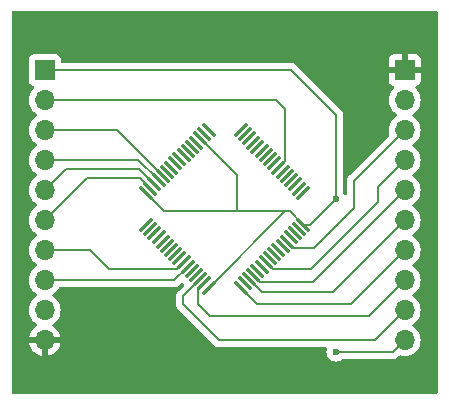
<source format=gbr>
%TF.GenerationSoftware,KiCad,Pcbnew,8.0.6*%
%TF.CreationDate,2025-04-09T16:55:17+02:00*%
%TF.ProjectId,stm32f205-breakout-board,73746d33-3266-4323-9035-2d627265616b,rev?*%
%TF.SameCoordinates,Original*%
%TF.FileFunction,Copper,L1,Top*%
%TF.FilePolarity,Positive*%
%FSLAX46Y46*%
G04 Gerber Fmt 4.6, Leading zero omitted, Abs format (unit mm)*
G04 Created by KiCad (PCBNEW 8.0.6) date 2025-04-09 16:55:17*
%MOMM*%
%LPD*%
G01*
G04 APERTURE LIST*
G04 Aperture macros list*
%AMRoundRect*
0 Rectangle with rounded corners*
0 $1 Rounding radius*
0 $2 $3 $4 $5 $6 $7 $8 $9 X,Y pos of 4 corners*
0 Add a 4 corners polygon primitive as box body*
4,1,4,$2,$3,$4,$5,$6,$7,$8,$9,$2,$3,0*
0 Add four circle primitives for the rounded corners*
1,1,$1+$1,$2,$3*
1,1,$1+$1,$4,$5*
1,1,$1+$1,$6,$7*
1,1,$1+$1,$8,$9*
0 Add four rect primitives between the rounded corners*
20,1,$1+$1,$2,$3,$4,$5,0*
20,1,$1+$1,$4,$5,$6,$7,0*
20,1,$1+$1,$6,$7,$8,$9,0*
20,1,$1+$1,$8,$9,$2,$3,0*%
G04 Aperture macros list end*
%TA.AperFunction,ComponentPad*%
%ADD10R,1.700000X1.700000*%
%TD*%
%TA.AperFunction,ComponentPad*%
%ADD11O,1.700000X1.700000*%
%TD*%
%TA.AperFunction,SMDPad,CuDef*%
%ADD12RoundRect,0.075000X-0.441942X0.548008X-0.548008X0.441942X0.441942X-0.548008X0.548008X-0.441942X0*%
%TD*%
%TA.AperFunction,SMDPad,CuDef*%
%ADD13RoundRect,0.075000X0.441942X0.548008X-0.548008X-0.441942X-0.441942X-0.548008X0.548008X0.441942X0*%
%TD*%
%TA.AperFunction,ViaPad*%
%ADD14C,0.600000*%
%TD*%
%TA.AperFunction,Conductor*%
%ADD15C,0.200000*%
%TD*%
G04 APERTURE END LIST*
D10*
%TO.P,J2,1,Pin_1*%
%TO.N,/VSS*%
X48260000Y-165100000D03*
D11*
%TO.P,J2,2,Pin_2*%
%TO.N,unconnected-(J2-Pin_2-Pad2)*%
X48260000Y-167640000D03*
%TO.P,J2,3,Pin_3*%
%TO.N,/BOOT0*%
X48260000Y-170180000D03*
%TO.P,J2,4,Pin_4*%
%TO.N,/SWO*%
X48260000Y-172720000D03*
%TO.P,J2,5,Pin_5*%
%TO.N,/USART3_RX_*%
X48260000Y-175260000D03*
%TO.P,J2,6,Pin_6*%
%TO.N,/USART3_TX_*%
X48260000Y-177800000D03*
%TO.P,J2,7,Pin_7*%
%TO.N,/SWCLK*%
X48260000Y-180340000D03*
%TO.P,J2,8,Pin_8*%
%TO.N,/V_CAP*%
X48260000Y-182880000D03*
%TO.P,J2,9,Pin_9*%
%TO.N,/SWDIO*%
X48260000Y-185420000D03*
%TO.P,J2,10,Pin_10*%
%TO.N,/VDD*%
X48260000Y-187960000D03*
%TD*%
D10*
%TO.P,J1,1,Pin_1*%
%TO.N,/VDD*%
X17780000Y-165100000D03*
D11*
%TO.P,J1,2,Pin_2*%
%TO.N,/NRST*%
X17780000Y-167640000D03*
%TO.P,J1,3,Pin_3*%
%TO.N,/BOOT1*%
X17780000Y-170180000D03*
%TO.P,J1,4,Pin_4*%
%TO.N,/USART3_TX*%
X17780000Y-172720000D03*
%TO.P,J1,5,Pin_5*%
%TO.N,/USART3_RX*%
X17780000Y-175260000D03*
%TO.P,J1,6,Pin_6*%
%TO.N,/V_CAP*%
X17780000Y-177800000D03*
%TO.P,J1,7,Pin_7*%
%TO.N,/USART1_TX*%
X17780000Y-180340000D03*
%TO.P,J1,8,Pin_8*%
%TO.N,/USART1_RX*%
X17780000Y-182880000D03*
%TO.P,J1,9,Pin_9*%
%TO.N,unconnected-(J1-Pin_9-Pad9)*%
X17780000Y-185420000D03*
%TO.P,J1,10,Pin_10*%
%TO.N,/VSS*%
X17780000Y-187960000D03*
%TD*%
D12*
%TO.P,U1,64,VDD*%
%TO.N,/VDD*%
X39684481Y-178205662D03*
%TO.P,U1,63,VSS*%
%TO.N,Net-(U1-VSS-Pad18)*%
X39330928Y-178559215D03*
%TO.P,U1,62,PB9*%
%TO.N,unconnected-(U1-PB9-Pad62)*%
X38977375Y-178912768D03*
%TO.P,U1,61,PB8*%
%TO.N,unconnected-(U1-PB8-Pad61)*%
X38623821Y-179266322D03*
%TO.P,U1,60,BOOT0*%
%TO.N,/BOOT0*%
X38270268Y-179619875D03*
%TO.P,U1,59,PB7*%
%TO.N,unconnected-(U1-PB7-Pad59)*%
X37916714Y-179973429D03*
%TO.P,U1,58,PB6*%
%TO.N,unconnected-(U1-PB6-Pad58)*%
X37563161Y-180326982D03*
%TO.P,U1,57,PB5*%
%TO.N,unconnected-(U1-PB5-Pad57)*%
X37209608Y-180680535D03*
%TO.P,U1,56,PB4*%
%TO.N,unconnected-(U1-PB4-Pad56)*%
X36856054Y-181034089D03*
%TO.P,U1,55,PB3*%
%TO.N,/SWO*%
X36502501Y-181387642D03*
%TO.P,U1,54,PD2*%
%TO.N,unconnected-(U1-PD2-Pad54)*%
X36148948Y-181741195D03*
%TO.P,U1,53,PC12*%
%TO.N,unconnected-(U1-PC12-Pad53)*%
X35795394Y-182094749D03*
%TO.P,U1,52,PC11*%
%TO.N,/USART3_RX_*%
X35441841Y-182448302D03*
%TO.P,U1,51,PC10*%
%TO.N,/USART3_TX_*%
X35088287Y-182801856D03*
%TO.P,U1,50,PA15*%
%TO.N,unconnected-(U1-PA15-Pad50)*%
X34734734Y-183155409D03*
%TO.P,U1,49,PA14*%
%TO.N,/SWCLK*%
X34381181Y-183508962D03*
D13*
%TO.P,U1,48,VDD*%
%TO.N,/VDD*%
X31658819Y-183508962D03*
%TO.P,U1,47,VCAP_2*%
%TO.N,/V_CAP*%
X31305266Y-183155409D03*
%TO.P,U1,46,PA13*%
%TO.N,/SWDIO*%
X30951713Y-182801856D03*
%TO.P,U1,45,PA12*%
%TO.N,unconnected-(U1-PA12-Pad45)*%
X30598159Y-182448302D03*
%TO.P,U1,44,PA11*%
%TO.N,unconnected-(U1-PA11-Pad44)*%
X30244606Y-182094749D03*
%TO.P,U1,43,PA10*%
%TO.N,/USART1_RX*%
X29891052Y-181741195D03*
%TO.P,U1,42,PA9*%
%TO.N,/USART1_TX*%
X29537499Y-181387642D03*
%TO.P,U1,41,PA8*%
%TO.N,unconnected-(U1-PA8-Pad41)*%
X29183946Y-181034089D03*
%TO.P,U1,40,PC9*%
%TO.N,unconnected-(U1-PC9-Pad40)*%
X28830392Y-180680535D03*
%TO.P,U1,39,PC8*%
%TO.N,unconnected-(U1-PC8-Pad39)*%
X28476839Y-180326982D03*
%TO.P,U1,38,PC7*%
%TO.N,unconnected-(U1-PC7-Pad38)*%
X28123286Y-179973429D03*
%TO.P,U1,37,PC6*%
%TO.N,unconnected-(U1-PC6-Pad37)*%
X27769732Y-179619875D03*
%TO.P,U1,36,PB15*%
%TO.N,unconnected-(U1-PB15-Pad36)*%
X27416179Y-179266322D03*
%TO.P,U1,35,PB14*%
%TO.N,unconnected-(U1-PB14-Pad35)*%
X27062625Y-178912768D03*
%TO.P,U1,34,PB13*%
%TO.N,unconnected-(U1-PB13-Pad34)*%
X26709072Y-178559215D03*
%TO.P,U1,33,PB12*%
%TO.N,unconnected-(U1-PB12-Pad33)*%
X26355519Y-178205662D03*
D12*
%TO.P,U1,32,VDD*%
%TO.N,/VDD*%
X26355519Y-175483300D03*
%TO.P,U1,31,VCAP_1*%
%TO.N,/V_CAP*%
X26709072Y-175129747D03*
%TO.P,U1,30,PB11*%
%TO.N,/USART3_RX*%
X27062625Y-174776194D03*
%TO.P,U1,29,PB10*%
%TO.N,/USART3_TX*%
X27416179Y-174422640D03*
%TO.P,U1,28,PB2*%
%TO.N,/BOOT1*%
X27769732Y-174069087D03*
%TO.P,U1,27,PB1*%
%TO.N,unconnected-(U1-PB1-Pad27)*%
X28123286Y-173715533D03*
%TO.P,U1,26,PB0*%
%TO.N,unconnected-(U1-PB0-Pad26)*%
X28476839Y-173361980D03*
%TO.P,U1,25,PC5*%
%TO.N,unconnected-(U1-PC5-Pad25)*%
X28830392Y-173008427D03*
%TO.P,U1,24,PC4*%
%TO.N,unconnected-(U1-PC4-Pad24)*%
X29183946Y-172654873D03*
%TO.P,U1,23,PA7*%
%TO.N,unconnected-(U1-PA7-Pad23)*%
X29537499Y-172301320D03*
%TO.P,U1,22,PA6*%
%TO.N,unconnected-(U1-PA6-Pad22)*%
X29891052Y-171947767D03*
%TO.P,U1,21,PA5*%
%TO.N,unconnected-(U1-PA5-Pad21)*%
X30244606Y-171594213D03*
%TO.P,U1,20,PA4*%
%TO.N,unconnected-(U1-PA4-Pad20)*%
X30598159Y-171240660D03*
%TO.P,U1,19,VDD*%
%TO.N,/VDD*%
X30951713Y-170887106D03*
%TO.P,U1,18,VSS*%
%TO.N,Net-(U1-VSS-Pad18)*%
X31305266Y-170533553D03*
%TO.P,U1,17,PA3*%
%TO.N,unconnected-(U1-PA3-Pad17)*%
X31658819Y-170180000D03*
D13*
%TO.P,U1,16,PA2*%
%TO.N,unconnected-(U1-PA2-Pad16)*%
X34381181Y-170180000D03*
%TO.P,U1,15,PA1*%
%TO.N,unconnected-(U1-PA1-Pad15)*%
X34734734Y-170533553D03*
%TO.P,U1,14,PA0*%
%TO.N,unconnected-(U1-PA0-Pad14)*%
X35088287Y-170887106D03*
%TO.P,U1,13,VDDA*%
%TO.N,unconnected-(U1-VDDA-Pad13)*%
X35441841Y-171240660D03*
%TO.P,U1,12,VSSA*%
%TO.N,unconnected-(U1-VSSA-Pad12)*%
X35795394Y-171594213D03*
%TO.P,U1,11,PC3*%
%TO.N,unconnected-(U1-PC3-Pad11)*%
X36148948Y-171947767D03*
%TO.P,U1,10,PC2*%
%TO.N,unconnected-(U1-PC2-Pad10)*%
X36502501Y-172301320D03*
%TO.P,U1,9,PC1*%
%TO.N,unconnected-(U1-PC1-Pad9)*%
X36856054Y-172654873D03*
%TO.P,U1,8,PC0*%
%TO.N,unconnected-(U1-PC0-Pad8)*%
X37209608Y-173008427D03*
%TO.P,U1,7,NRST*%
%TO.N,/NRST*%
X37563161Y-173361980D03*
%TO.P,U1,6,PH1*%
%TO.N,unconnected-(U1-PH1-Pad6)*%
X37916714Y-173715533D03*
%TO.P,U1,5,PH0*%
%TO.N,unconnected-(U1-PH0-Pad5)*%
X38270268Y-174069087D03*
%TO.P,U1,4,PC15*%
%TO.N,unconnected-(U1-PC15-Pad4)*%
X38623821Y-174422640D03*
%TO.P,U1,3,PC14*%
%TO.N,unconnected-(U1-PC14-Pad3)*%
X38977375Y-174776194D03*
%TO.P,U1,2,PC13*%
%TO.N,unconnected-(U1-PC13-Pad2)*%
X39330928Y-175129747D03*
%TO.P,U1,1,VBAT*%
%TO.N,unconnected-(U1-VBAT-Pad1)*%
X39684481Y-175483300D03*
%TD*%
D14*
%TO.N,/VDD*%
X42440000Y-188976000D03*
X42440000Y-176022000D03*
%TD*%
D15*
%TO.N,/BOOT0*%
X38841192Y-180190799D02*
X40557201Y-180190799D01*
X40557201Y-180190799D02*
X43964000Y-176784000D01*
X38270268Y-179619875D02*
X38841192Y-180190799D01*
X43964000Y-176784000D02*
X43964000Y-174476000D01*
X43964000Y-174476000D02*
X48260000Y-170180000D01*
%TO.N,/VDD*%
X42440000Y-188976000D02*
X47244000Y-188976000D01*
X47244000Y-188976000D02*
X48260000Y-187960000D01*
X38516819Y-177038000D02*
X38122000Y-177038000D01*
X31658819Y-183508962D02*
X38122000Y-177045781D01*
X38122000Y-177038000D02*
X34058000Y-177038000D01*
X38122000Y-177045781D02*
X38122000Y-177038000D01*
X34058000Y-177038000D02*
X27910219Y-177038000D01*
X30951713Y-170887106D02*
X34058000Y-173993393D01*
X34058000Y-173993393D02*
X34058000Y-177038000D01*
X39684481Y-178205662D02*
X38516819Y-177038000D01*
X27910219Y-177038000D02*
X26355519Y-175483300D01*
X42440000Y-168910000D02*
X42440000Y-176022000D01*
X17780000Y-165100000D02*
X38630000Y-165100000D01*
X38630000Y-165100000D02*
X42440000Y-168910000D01*
X42440000Y-176022000D02*
X40256338Y-178205662D01*
X40256338Y-178205662D02*
X39684481Y-178205662D01*
%TO.N,/SWO*%
X37073425Y-181958566D02*
X40313434Y-181958566D01*
X45996000Y-176276000D02*
X45996000Y-174984000D01*
X40313434Y-181958566D02*
X45996000Y-176276000D01*
X36502501Y-181387642D02*
X37073425Y-181958566D01*
X45996000Y-174984000D02*
X48260000Y-172720000D01*
%TO.N,/USART3_RX_*%
X35441841Y-182448302D02*
X36012765Y-183019226D01*
X36012765Y-183019226D02*
X40500774Y-183019226D01*
X40500774Y-183019226D02*
X48260000Y-175260000D01*
%TO.N,/USART3_TX_*%
X35088287Y-182801856D02*
X36182431Y-183896000D01*
X36182431Y-183896000D02*
X42164000Y-183896000D01*
X42164000Y-183896000D02*
X48260000Y-177800000D01*
%TO.N,/SWCLK*%
X34381181Y-183508962D02*
X35784219Y-184912000D01*
X43688000Y-184912000D02*
X48260000Y-180340000D01*
X35784219Y-184912000D02*
X43688000Y-184912000D01*
%TO.N,/V_CAP*%
X30734342Y-184890342D02*
X31772000Y-185928000D01*
X30734342Y-183726333D02*
X30734342Y-184890342D01*
X31305266Y-183155409D02*
X30734342Y-183726333D01*
X31772000Y-185928000D02*
X45212000Y-185928000D01*
X45212000Y-185928000D02*
X48260000Y-182880000D01*
%TO.N,/SWDIO*%
X30951713Y-182801856D02*
X29486000Y-184267569D01*
X29486000Y-184267569D02*
X29486000Y-184912000D01*
X45720000Y-187960000D02*
X48260000Y-185420000D01*
X29486000Y-184912000D02*
X32534000Y-187960000D01*
X32534000Y-187960000D02*
X45720000Y-187960000D01*
%TO.N,/USART1_RX*%
X17780000Y-182880000D02*
X28752247Y-182880000D01*
X28752247Y-182880000D02*
X29891052Y-181741195D01*
%TO.N,/USART1_TX*%
X28966575Y-181958566D02*
X23230566Y-181958566D01*
X21612000Y-180340000D02*
X17780000Y-180340000D01*
X23230566Y-181958566D02*
X21612000Y-180340000D01*
X29537499Y-181387642D02*
X28966575Y-181958566D01*
%TO.N,/V_CAP*%
X26709072Y-175129747D02*
X25823325Y-174244000D01*
X25823325Y-174244000D02*
X21336000Y-174244000D01*
X21336000Y-174244000D02*
X17780000Y-177800000D01*
%TO.N,/USART3_RX*%
X27062625Y-174776194D02*
X25768431Y-173482000D01*
X19558000Y-173482000D02*
X17780000Y-175260000D01*
X25768431Y-173482000D02*
X19558000Y-173482000D01*
%TO.N,/USART3_TX*%
X27416179Y-174422640D02*
X25713539Y-172720000D01*
X25713539Y-172720000D02*
X17780000Y-172720000D01*
%TO.N,/BOOT1*%
X27769732Y-174069087D02*
X23880645Y-170180000D01*
X23880645Y-170180000D02*
X17780000Y-170180000D01*
%TO.N,/NRST*%
X38134085Y-168414085D02*
X37360000Y-167640000D01*
X38134085Y-172791056D02*
X38134085Y-168414085D01*
X37563161Y-173361980D02*
X38134085Y-172791056D01*
X37360000Y-167640000D02*
X17780000Y-167640000D01*
%TD*%
%TA.AperFunction,Conductor*%
%TO.N,/VSS*%
G36*
X50982539Y-160079641D02*
G01*
X51028294Y-160132445D01*
X51039500Y-160183956D01*
X51039500Y-192415500D01*
X51019815Y-192482539D01*
X50967011Y-192528294D01*
X50915500Y-192539500D01*
X15124500Y-192539500D01*
X15057461Y-192519815D01*
X15011706Y-192467011D01*
X15000500Y-192415500D01*
X15000500Y-167639999D01*
X16424341Y-167639999D01*
X16424341Y-167640000D01*
X16444936Y-167875403D01*
X16444938Y-167875413D01*
X16506094Y-168103655D01*
X16506096Y-168103659D01*
X16506097Y-168103663D01*
X16578839Y-168259658D01*
X16605965Y-168317830D01*
X16605967Y-168317834D01*
X16741501Y-168511395D01*
X16741506Y-168511402D01*
X16908597Y-168678493D01*
X16908603Y-168678498D01*
X17094158Y-168808425D01*
X17137783Y-168863002D01*
X17144977Y-168932500D01*
X17113454Y-168994855D01*
X17094158Y-169011575D01*
X16908597Y-169141505D01*
X16741505Y-169308597D01*
X16605965Y-169502169D01*
X16605964Y-169502171D01*
X16537329Y-169649360D01*
X16508430Y-169711335D01*
X16506098Y-169716335D01*
X16506094Y-169716344D01*
X16444938Y-169944586D01*
X16444936Y-169944596D01*
X16424341Y-170179999D01*
X16424341Y-170180000D01*
X16444936Y-170415403D01*
X16444938Y-170415413D01*
X16506094Y-170643655D01*
X16506096Y-170643659D01*
X16506097Y-170643663D01*
X16578839Y-170799658D01*
X16605965Y-170857830D01*
X16605967Y-170857834D01*
X16741501Y-171051395D01*
X16741506Y-171051402D01*
X16908597Y-171218493D01*
X16908603Y-171218498D01*
X17094158Y-171348425D01*
X17137783Y-171403002D01*
X17144977Y-171472500D01*
X17113454Y-171534855D01*
X17094158Y-171551575D01*
X16908597Y-171681505D01*
X16741505Y-171848597D01*
X16605965Y-172042169D01*
X16605964Y-172042171D01*
X16506098Y-172256335D01*
X16506094Y-172256344D01*
X16444938Y-172484586D01*
X16444936Y-172484596D01*
X16424341Y-172719999D01*
X16424341Y-172720000D01*
X16444936Y-172955403D01*
X16444938Y-172955413D01*
X16506094Y-173183655D01*
X16506096Y-173183659D01*
X16506097Y-173183663D01*
X16597930Y-173380598D01*
X16605965Y-173397830D01*
X16605967Y-173397834D01*
X16741501Y-173591395D01*
X16741506Y-173591402D01*
X16908597Y-173758493D01*
X16908603Y-173758498D01*
X17094158Y-173888425D01*
X17137783Y-173943002D01*
X17144977Y-174012500D01*
X17113454Y-174074855D01*
X17094158Y-174091575D01*
X16908597Y-174221505D01*
X16741505Y-174388597D01*
X16605965Y-174582169D01*
X16605964Y-174582171D01*
X16506098Y-174796335D01*
X16506094Y-174796344D01*
X16444938Y-175024586D01*
X16444936Y-175024596D01*
X16424341Y-175259999D01*
X16424341Y-175260000D01*
X16444936Y-175495403D01*
X16444938Y-175495413D01*
X16506094Y-175723655D01*
X16506096Y-175723659D01*
X16506097Y-175723663D01*
X16586491Y-175896067D01*
X16605965Y-175937830D01*
X16605967Y-175937834D01*
X16741501Y-176131395D01*
X16741506Y-176131402D01*
X16908597Y-176298493D01*
X16908603Y-176298498D01*
X17094158Y-176428425D01*
X17137783Y-176483002D01*
X17144977Y-176552500D01*
X17113454Y-176614855D01*
X17094158Y-176631575D01*
X16908597Y-176761505D01*
X16741505Y-176928597D01*
X16605965Y-177122169D01*
X16605964Y-177122171D01*
X16506098Y-177336335D01*
X16506094Y-177336344D01*
X16444938Y-177564586D01*
X16444936Y-177564596D01*
X16424341Y-177799999D01*
X16424341Y-177800000D01*
X16444936Y-178035403D01*
X16444938Y-178035413D01*
X16506094Y-178263655D01*
X16506096Y-178263659D01*
X16506097Y-178263663D01*
X16549794Y-178357371D01*
X16605965Y-178477830D01*
X16605967Y-178477834D01*
X16741501Y-178671395D01*
X16741506Y-178671402D01*
X16908597Y-178838493D01*
X16908603Y-178838498D01*
X17094158Y-178968425D01*
X17137783Y-179023002D01*
X17144977Y-179092500D01*
X17113454Y-179154855D01*
X17094158Y-179171575D01*
X16908597Y-179301505D01*
X16741505Y-179468597D01*
X16605965Y-179662169D01*
X16605964Y-179662171D01*
X16506098Y-179876335D01*
X16506094Y-179876344D01*
X16444938Y-180104586D01*
X16444936Y-180104596D01*
X16424341Y-180339999D01*
X16424341Y-180340000D01*
X16444936Y-180575403D01*
X16444938Y-180575413D01*
X16506094Y-180803655D01*
X16506096Y-180803659D01*
X16506097Y-180803663D01*
X16576688Y-180955046D01*
X16605965Y-181017830D01*
X16605967Y-181017834D01*
X16741501Y-181211395D01*
X16741506Y-181211402D01*
X16908597Y-181378493D01*
X16908603Y-181378498D01*
X17094158Y-181508425D01*
X17137783Y-181563002D01*
X17144977Y-181632500D01*
X17113454Y-181694855D01*
X17094158Y-181711575D01*
X16908597Y-181841505D01*
X16741505Y-182008597D01*
X16605965Y-182202169D01*
X16605964Y-182202171D01*
X16506098Y-182416335D01*
X16506094Y-182416344D01*
X16444938Y-182644586D01*
X16444936Y-182644596D01*
X16424341Y-182879999D01*
X16424341Y-182880000D01*
X16444936Y-183115403D01*
X16444938Y-183115413D01*
X16506094Y-183343655D01*
X16506096Y-183343659D01*
X16506097Y-183343663D01*
X16569906Y-183480501D01*
X16605965Y-183557830D01*
X16605967Y-183557834D01*
X16741501Y-183751395D01*
X16741506Y-183751402D01*
X16908597Y-183918493D01*
X16908603Y-183918498D01*
X17094158Y-184048425D01*
X17137783Y-184103002D01*
X17144977Y-184172500D01*
X17113454Y-184234855D01*
X17094158Y-184251575D01*
X16908597Y-184381505D01*
X16741505Y-184548597D01*
X16605965Y-184742169D01*
X16605964Y-184742171D01*
X16506098Y-184956335D01*
X16506094Y-184956344D01*
X16444938Y-185184586D01*
X16444936Y-185184596D01*
X16424341Y-185419999D01*
X16424341Y-185420000D01*
X16444936Y-185655403D01*
X16444938Y-185655413D01*
X16506094Y-185883655D01*
X16506096Y-185883659D01*
X16506097Y-185883663D01*
X16605965Y-186097830D01*
X16605967Y-186097834D01*
X16714281Y-186252521D01*
X16741505Y-186291401D01*
X16908599Y-186458495D01*
X16908601Y-186458496D01*
X16908603Y-186458498D01*
X17094594Y-186588730D01*
X17138219Y-186643307D01*
X17145413Y-186712805D01*
X17113890Y-186775160D01*
X17094595Y-186791880D01*
X16908922Y-186921890D01*
X16908920Y-186921891D01*
X16741891Y-187088920D01*
X16741886Y-187088926D01*
X16606400Y-187282420D01*
X16606399Y-187282422D01*
X16506570Y-187496507D01*
X16506567Y-187496513D01*
X16449364Y-187709999D01*
X16449364Y-187710000D01*
X17346988Y-187710000D01*
X17314075Y-187767007D01*
X17280000Y-187894174D01*
X17280000Y-188025826D01*
X17314075Y-188152993D01*
X17346988Y-188210000D01*
X16449364Y-188210000D01*
X16506567Y-188423486D01*
X16506570Y-188423492D01*
X16606399Y-188637578D01*
X16741894Y-188831082D01*
X16908917Y-188998105D01*
X17102421Y-189133600D01*
X17316507Y-189233429D01*
X17316516Y-189233433D01*
X17530000Y-189290634D01*
X17530000Y-188393012D01*
X17587007Y-188425925D01*
X17714174Y-188460000D01*
X17845826Y-188460000D01*
X17972993Y-188425925D01*
X18030000Y-188393012D01*
X18030000Y-189290633D01*
X18243483Y-189233433D01*
X18243492Y-189233429D01*
X18457578Y-189133600D01*
X18651082Y-188998105D01*
X18818105Y-188831082D01*
X18953600Y-188637578D01*
X19053429Y-188423492D01*
X19053432Y-188423486D01*
X19110636Y-188210000D01*
X18213012Y-188210000D01*
X18245925Y-188152993D01*
X18280000Y-188025826D01*
X18280000Y-187894174D01*
X18245925Y-187767007D01*
X18213012Y-187710000D01*
X19110636Y-187710000D01*
X19110635Y-187709999D01*
X19053432Y-187496513D01*
X19053429Y-187496507D01*
X18953600Y-187282422D01*
X18953599Y-187282420D01*
X18818113Y-187088926D01*
X18818108Y-187088920D01*
X18651078Y-186921890D01*
X18465405Y-186791879D01*
X18421780Y-186737302D01*
X18414588Y-186667804D01*
X18446110Y-186605449D01*
X18465406Y-186588730D01*
X18551422Y-186528501D01*
X18651401Y-186458495D01*
X18818495Y-186291401D01*
X18954035Y-186097830D01*
X19053903Y-185883663D01*
X19115063Y-185655408D01*
X19135659Y-185420000D01*
X19115063Y-185184592D01*
X19053903Y-184956337D01*
X18954035Y-184742171D01*
X18927325Y-184704024D01*
X18818494Y-184548597D01*
X18651402Y-184381506D01*
X18651396Y-184381501D01*
X18465842Y-184251575D01*
X18422217Y-184196998D01*
X18415023Y-184127500D01*
X18446546Y-184065145D01*
X18465842Y-184048425D01*
X18488026Y-184032891D01*
X18651401Y-183918495D01*
X18818495Y-183751401D01*
X18954035Y-183557830D01*
X18956707Y-183552097D01*
X19002878Y-183499658D01*
X19069091Y-183480500D01*
X28665578Y-183480500D01*
X28665594Y-183480501D01*
X28673190Y-183480501D01*
X28831301Y-183480501D01*
X28831304Y-183480501D01*
X28984032Y-183439577D01*
X29062916Y-183394033D01*
X29120963Y-183360520D01*
X29232767Y-183248716D01*
X29232767Y-183248714D01*
X29242971Y-183238511D01*
X29242975Y-183238506D01*
X29335724Y-183145756D01*
X29397045Y-183112273D01*
X29466737Y-183117257D01*
X29498887Y-183135061D01*
X29512432Y-183145455D01*
X29518882Y-183150404D01*
X29517043Y-183152799D01*
X29540119Y-183175858D01*
X29542505Y-183174028D01*
X29557843Y-183194017D01*
X29583037Y-183259186D01*
X29568998Y-183327631D01*
X29547148Y-183357184D01*
X29117286Y-183787047D01*
X29005481Y-183898851D01*
X29005479Y-183898853D01*
X28994138Y-183918498D01*
X28975429Y-183950904D01*
X28950926Y-183993344D01*
X28926423Y-184035783D01*
X28918556Y-184065145D01*
X28885499Y-184188512D01*
X28885499Y-184188514D01*
X28885499Y-184356615D01*
X28885500Y-184356628D01*
X28885500Y-184825330D01*
X28885499Y-184825348D01*
X28885499Y-184991054D01*
X28885498Y-184991054D01*
X28926424Y-185143789D01*
X28926425Y-185143790D01*
X28949982Y-185184591D01*
X28949983Y-185184592D01*
X29005477Y-185280712D01*
X29005481Y-185280717D01*
X29124349Y-185399585D01*
X29124355Y-185399590D01*
X32049139Y-188324374D01*
X32049149Y-188324385D01*
X32053479Y-188328715D01*
X32053480Y-188328716D01*
X32165284Y-188440520D01*
X32222820Y-188473738D01*
X32302215Y-188519577D01*
X32454943Y-188560501D01*
X32454946Y-188560501D01*
X32620653Y-188560501D01*
X32620669Y-188560500D01*
X41562535Y-188560500D01*
X41629574Y-188580185D01*
X41675329Y-188632989D01*
X41685273Y-188702147D01*
X41679577Y-188725454D01*
X41654632Y-188796742D01*
X41654630Y-188796750D01*
X41634435Y-188975996D01*
X41634435Y-188976003D01*
X41654630Y-189155249D01*
X41654631Y-189155254D01*
X41714211Y-189325523D01*
X41810184Y-189478262D01*
X41937738Y-189605816D01*
X42090478Y-189701789D01*
X42260745Y-189761368D01*
X42260750Y-189761369D01*
X42439996Y-189781565D01*
X42440000Y-189781565D01*
X42440004Y-189781565D01*
X42619249Y-189761369D01*
X42619252Y-189761368D01*
X42619255Y-189761368D01*
X42789522Y-189701789D01*
X42942262Y-189605816D01*
X42942267Y-189605810D01*
X42945097Y-189603555D01*
X42947275Y-189602665D01*
X42948158Y-189602111D01*
X42948255Y-189602265D01*
X43009783Y-189577145D01*
X43022412Y-189576500D01*
X47157331Y-189576500D01*
X47157347Y-189576501D01*
X47164943Y-189576501D01*
X47323054Y-189576501D01*
X47323057Y-189576501D01*
X47475785Y-189535577D01*
X47525904Y-189506639D01*
X47612716Y-189456520D01*
X47724520Y-189344716D01*
X47724520Y-189344714D01*
X47734728Y-189334507D01*
X47734730Y-189334504D01*
X47776470Y-189292763D01*
X47837791Y-189259280D01*
X47896238Y-189260670D01*
X48024592Y-189295063D01*
X48212918Y-189311539D01*
X48259999Y-189315659D01*
X48260000Y-189315659D01*
X48260001Y-189315659D01*
X48299234Y-189312226D01*
X48495408Y-189295063D01*
X48723663Y-189233903D01*
X48937830Y-189134035D01*
X49131401Y-188998495D01*
X49298495Y-188831401D01*
X49434035Y-188637830D01*
X49533903Y-188423663D01*
X49595063Y-188195408D01*
X49615659Y-187960000D01*
X49595063Y-187724592D01*
X49533903Y-187496337D01*
X49434035Y-187282171D01*
X49298495Y-187088599D01*
X49298494Y-187088597D01*
X49131402Y-186921506D01*
X49131396Y-186921501D01*
X48945842Y-186791575D01*
X48902217Y-186736998D01*
X48895023Y-186667500D01*
X48926546Y-186605145D01*
X48945842Y-186588425D01*
X49031422Y-186528501D01*
X49131401Y-186458495D01*
X49298495Y-186291401D01*
X49434035Y-186097830D01*
X49533903Y-185883663D01*
X49595063Y-185655408D01*
X49615659Y-185420000D01*
X49595063Y-185184592D01*
X49533903Y-184956337D01*
X49434035Y-184742171D01*
X49407325Y-184704024D01*
X49298494Y-184548597D01*
X49131402Y-184381506D01*
X49131396Y-184381501D01*
X48945842Y-184251575D01*
X48902217Y-184196998D01*
X48895023Y-184127500D01*
X48926546Y-184065145D01*
X48945842Y-184048425D01*
X48968026Y-184032891D01*
X49131401Y-183918495D01*
X49298495Y-183751401D01*
X49434035Y-183557830D01*
X49533903Y-183343663D01*
X49595063Y-183115408D01*
X49615659Y-182880000D01*
X49595063Y-182644592D01*
X49533903Y-182416337D01*
X49434035Y-182202171D01*
X49434034Y-182202169D01*
X49298494Y-182008597D01*
X49131402Y-181841506D01*
X49131396Y-181841501D01*
X48945842Y-181711575D01*
X48902217Y-181656998D01*
X48895023Y-181587500D01*
X48926546Y-181525145D01*
X48945842Y-181508425D01*
X49005457Y-181466682D01*
X49131401Y-181378495D01*
X49298495Y-181211401D01*
X49434035Y-181017830D01*
X49533903Y-180803663D01*
X49595063Y-180575408D01*
X49615659Y-180340000D01*
X49614493Y-180326678D01*
X49607605Y-180247942D01*
X49595063Y-180104592D01*
X49533903Y-179876337D01*
X49434035Y-179662171D01*
X49434034Y-179662169D01*
X49298494Y-179468597D01*
X49131402Y-179301506D01*
X49131396Y-179301501D01*
X48945842Y-179171575D01*
X48902217Y-179116998D01*
X48895023Y-179047500D01*
X48926546Y-178985145D01*
X48945842Y-178968425D01*
X49011504Y-178922448D01*
X49131401Y-178838495D01*
X49298495Y-178671401D01*
X49434035Y-178477830D01*
X49533903Y-178263663D01*
X49595063Y-178035408D01*
X49615659Y-177800000D01*
X49595063Y-177564592D01*
X49533903Y-177336337D01*
X49434035Y-177122171D01*
X49432353Y-177119768D01*
X49298494Y-176928597D01*
X49131402Y-176761506D01*
X49131396Y-176761501D01*
X48945842Y-176631575D01*
X48902217Y-176576998D01*
X48895023Y-176507500D01*
X48926546Y-176445145D01*
X48945842Y-176428425D01*
X49026956Y-176371628D01*
X49131401Y-176298495D01*
X49298495Y-176131401D01*
X49434035Y-175937830D01*
X49533903Y-175723663D01*
X49595063Y-175495408D01*
X49615659Y-175260000D01*
X49595063Y-175024592D01*
X49533903Y-174796337D01*
X49434035Y-174582171D01*
X49402932Y-174537750D01*
X49298494Y-174388597D01*
X49131402Y-174221506D01*
X49131396Y-174221501D01*
X48945842Y-174091575D01*
X48902217Y-174036998D01*
X48895023Y-173967500D01*
X48926546Y-173905145D01*
X48945842Y-173888425D01*
X48968026Y-173872891D01*
X49131401Y-173758495D01*
X49298495Y-173591401D01*
X49434035Y-173397830D01*
X49533903Y-173183663D01*
X49595063Y-172955408D01*
X49615659Y-172720000D01*
X49595063Y-172484592D01*
X49545256Y-172298708D01*
X49533905Y-172256344D01*
X49533904Y-172256343D01*
X49533903Y-172256337D01*
X49434035Y-172042171D01*
X49434034Y-172042169D01*
X49298494Y-171848597D01*
X49131402Y-171681506D01*
X49131396Y-171681501D01*
X48945842Y-171551575D01*
X48902217Y-171496998D01*
X48895023Y-171427500D01*
X48926546Y-171365145D01*
X48945842Y-171348425D01*
X48983034Y-171322383D01*
X49131401Y-171218495D01*
X49298495Y-171051401D01*
X49434035Y-170857830D01*
X49533903Y-170643663D01*
X49595063Y-170415408D01*
X49615659Y-170180000D01*
X49595063Y-169944592D01*
X49533903Y-169716337D01*
X49434035Y-169502171D01*
X49434034Y-169502169D01*
X49298494Y-169308597D01*
X49131402Y-169141506D01*
X49131396Y-169141501D01*
X48945842Y-169011575D01*
X48902217Y-168956998D01*
X48895023Y-168887500D01*
X48926546Y-168825145D01*
X48945842Y-168808425D01*
X48968026Y-168792891D01*
X49131401Y-168678495D01*
X49298495Y-168511401D01*
X49434035Y-168317830D01*
X49533903Y-168103663D01*
X49595063Y-167875408D01*
X49615659Y-167640000D01*
X49595063Y-167404592D01*
X49533903Y-167176337D01*
X49434035Y-166962171D01*
X49434034Y-166962169D01*
X49298496Y-166768600D01*
X49298495Y-166768599D01*
X49176179Y-166646283D01*
X49142696Y-166584963D01*
X49147680Y-166515271D01*
X49189551Y-166459337D01*
X49220529Y-166442422D01*
X49352086Y-166393354D01*
X49352093Y-166393350D01*
X49467187Y-166307190D01*
X49467190Y-166307187D01*
X49553350Y-166192093D01*
X49553354Y-166192086D01*
X49603596Y-166057379D01*
X49603598Y-166057372D01*
X49609999Y-165997844D01*
X49610000Y-165997827D01*
X49610000Y-165350000D01*
X48693012Y-165350000D01*
X48725925Y-165292993D01*
X48760000Y-165165826D01*
X48760000Y-165034174D01*
X48725925Y-164907007D01*
X48693012Y-164850000D01*
X49610000Y-164850000D01*
X49610000Y-164202172D01*
X49609999Y-164202155D01*
X49603598Y-164142627D01*
X49603596Y-164142620D01*
X49553354Y-164007913D01*
X49553350Y-164007906D01*
X49467190Y-163892812D01*
X49467187Y-163892809D01*
X49352093Y-163806649D01*
X49352086Y-163806645D01*
X49217379Y-163756403D01*
X49217372Y-163756401D01*
X49157844Y-163750000D01*
X48510000Y-163750000D01*
X48510000Y-164666988D01*
X48452993Y-164634075D01*
X48325826Y-164600000D01*
X48194174Y-164600000D01*
X48067007Y-164634075D01*
X48010000Y-164666988D01*
X48010000Y-163750000D01*
X47362155Y-163750000D01*
X47302627Y-163756401D01*
X47302620Y-163756403D01*
X47167913Y-163806645D01*
X47167906Y-163806649D01*
X47052812Y-163892809D01*
X47052809Y-163892812D01*
X46966649Y-164007906D01*
X46966645Y-164007913D01*
X46916403Y-164142620D01*
X46916401Y-164142627D01*
X46910000Y-164202155D01*
X46910000Y-164850000D01*
X47826988Y-164850000D01*
X47794075Y-164907007D01*
X47760000Y-165034174D01*
X47760000Y-165165826D01*
X47794075Y-165292993D01*
X47826988Y-165350000D01*
X46910000Y-165350000D01*
X46910000Y-165997844D01*
X46916401Y-166057372D01*
X46916403Y-166057379D01*
X46966645Y-166192086D01*
X46966649Y-166192093D01*
X47052809Y-166307187D01*
X47052812Y-166307190D01*
X47167906Y-166393350D01*
X47167913Y-166393354D01*
X47299470Y-166442421D01*
X47355403Y-166484292D01*
X47379821Y-166549756D01*
X47364970Y-166618029D01*
X47343819Y-166646284D01*
X47221503Y-166768600D01*
X47085965Y-166962169D01*
X47085964Y-166962171D01*
X46986098Y-167176335D01*
X46986094Y-167176344D01*
X46924938Y-167404586D01*
X46924936Y-167404596D01*
X46904341Y-167639999D01*
X46904341Y-167640000D01*
X46924936Y-167875403D01*
X46924938Y-167875413D01*
X46986094Y-168103655D01*
X46986096Y-168103659D01*
X46986097Y-168103663D01*
X47058839Y-168259658D01*
X47085965Y-168317830D01*
X47085967Y-168317834D01*
X47221501Y-168511395D01*
X47221506Y-168511402D01*
X47388597Y-168678493D01*
X47388603Y-168678498D01*
X47574158Y-168808425D01*
X47617783Y-168863002D01*
X47624977Y-168932500D01*
X47593454Y-168994855D01*
X47574158Y-169011575D01*
X47388597Y-169141505D01*
X47221505Y-169308597D01*
X47085965Y-169502169D01*
X47085964Y-169502171D01*
X47017329Y-169649360D01*
X46988430Y-169711335D01*
X46986098Y-169716335D01*
X46986094Y-169716344D01*
X46924938Y-169944586D01*
X46924936Y-169944596D01*
X46904341Y-170179999D01*
X46904341Y-170180000D01*
X46924936Y-170415403D01*
X46924938Y-170415413D01*
X46959327Y-170543756D01*
X46957664Y-170613606D01*
X46927233Y-170663530D01*
X43595286Y-173995478D01*
X43483481Y-174107282D01*
X43483479Y-174107284D01*
X43476820Y-174118819D01*
X43450191Y-174164943D01*
X43404423Y-174244215D01*
X43363499Y-174396943D01*
X43363499Y-174396945D01*
X43363499Y-174565046D01*
X43363500Y-174565059D01*
X43363500Y-175556719D01*
X43343815Y-175623758D01*
X43291011Y-175669513D01*
X43221853Y-175679457D01*
X43158297Y-175650432D01*
X43134506Y-175622691D01*
X43069813Y-175519734D01*
X43067550Y-175516896D01*
X43066659Y-175514715D01*
X43066111Y-175513842D01*
X43066264Y-175513745D01*
X43041144Y-175452209D01*
X43040500Y-175439587D01*
X43040500Y-168999060D01*
X43040501Y-168999047D01*
X43040501Y-168830944D01*
X43009214Y-168714182D01*
X42999577Y-168678216D01*
X42969720Y-168626501D01*
X42920524Y-168541290D01*
X42920518Y-168541282D01*
X39117590Y-164738355D01*
X39117588Y-164738352D01*
X38998717Y-164619481D01*
X38998716Y-164619480D01*
X38911904Y-164569360D01*
X38911904Y-164569359D01*
X38911900Y-164569358D01*
X38861785Y-164540423D01*
X38709057Y-164499499D01*
X38550943Y-164499499D01*
X38543347Y-164499499D01*
X38543331Y-164499500D01*
X19254499Y-164499500D01*
X19187460Y-164479815D01*
X19141705Y-164427011D01*
X19130499Y-164375500D01*
X19130499Y-164202129D01*
X19130498Y-164202123D01*
X19130497Y-164202116D01*
X19124091Y-164142517D01*
X19073884Y-164007906D01*
X19073797Y-164007671D01*
X19073793Y-164007664D01*
X18987547Y-163892455D01*
X18987544Y-163892452D01*
X18872335Y-163806206D01*
X18872328Y-163806202D01*
X18737482Y-163755908D01*
X18737483Y-163755908D01*
X18677883Y-163749501D01*
X18677881Y-163749500D01*
X18677873Y-163749500D01*
X18677864Y-163749500D01*
X16882129Y-163749500D01*
X16882123Y-163749501D01*
X16822516Y-163755908D01*
X16687671Y-163806202D01*
X16687664Y-163806206D01*
X16572455Y-163892452D01*
X16572452Y-163892455D01*
X16486206Y-164007664D01*
X16486202Y-164007671D01*
X16435908Y-164142517D01*
X16429501Y-164202116D01*
X16429501Y-164202123D01*
X16429500Y-164202135D01*
X16429500Y-165997870D01*
X16429501Y-165997876D01*
X16435908Y-166057483D01*
X16486202Y-166192328D01*
X16486206Y-166192335D01*
X16572452Y-166307544D01*
X16572455Y-166307547D01*
X16687664Y-166393793D01*
X16687671Y-166393797D01*
X16819081Y-166442810D01*
X16875015Y-166484681D01*
X16899432Y-166550145D01*
X16884580Y-166618418D01*
X16863430Y-166646673D01*
X16741503Y-166768600D01*
X16605965Y-166962169D01*
X16605964Y-166962171D01*
X16506098Y-167176335D01*
X16506094Y-167176344D01*
X16444938Y-167404586D01*
X16444936Y-167404596D01*
X16424341Y-167639999D01*
X15000500Y-167639999D01*
X15000500Y-160183956D01*
X15020185Y-160116917D01*
X15072989Y-160071162D01*
X15124500Y-160059956D01*
X50915500Y-160059956D01*
X50982539Y-160079641D01*
G37*
%TD.AperFunction*%
%TD*%
M02*

</source>
